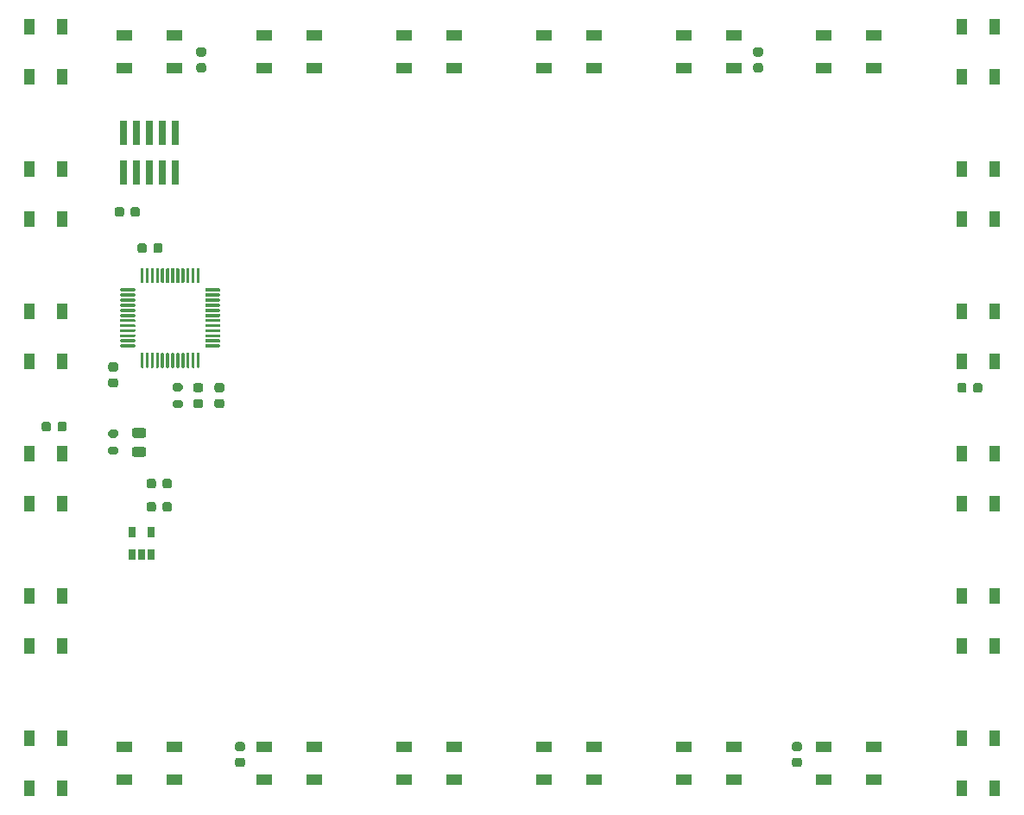
<source format=gtp>
%TF.GenerationSoftware,KiCad,Pcbnew,5.1.10*%
%TF.CreationDate,2021-05-09T20:03:51-07:00*%
%TF.ProjectId,ECE148_LED,45434531-3438-45f4-9c45-442e6b696361,rev?*%
%TF.SameCoordinates,Original*%
%TF.FileFunction,Paste,Top*%
%TF.FilePolarity,Positive*%
%FSLAX46Y46*%
G04 Gerber Fmt 4.6, Leading zero omitted, Abs format (unit mm)*
G04 Created by KiCad (PCBNEW 5.1.10) date 2021-05-09 20:03:51*
%MOMM*%
%LPD*%
G01*
G04 APERTURE LIST*
%ADD10R,0.740000X2.400000*%
%ADD11R,1.500000X1.000000*%
%ADD12R,0.650000X1.060000*%
%ADD13R,1.000000X1.500000*%
G04 APERTURE END LIST*
G36*
G01*
X50652000Y-62682000D02*
X50652000Y-64007000D01*
G75*
G02*
X50577000Y-64082000I-75000J0D01*
G01*
X50427000Y-64082000D01*
G75*
G02*
X50352000Y-64007000I0J75000D01*
G01*
X50352000Y-62682000D01*
G75*
G02*
X50427000Y-62607000I75000J0D01*
G01*
X50577000Y-62607000D01*
G75*
G02*
X50652000Y-62682000I0J-75000D01*
G01*
G37*
G36*
G01*
X50152000Y-62682000D02*
X50152000Y-64007000D01*
G75*
G02*
X50077000Y-64082000I-75000J0D01*
G01*
X49927000Y-64082000D01*
G75*
G02*
X49852000Y-64007000I0J75000D01*
G01*
X49852000Y-62682000D01*
G75*
G02*
X49927000Y-62607000I75000J0D01*
G01*
X50077000Y-62607000D01*
G75*
G02*
X50152000Y-62682000I0J-75000D01*
G01*
G37*
G36*
G01*
X49652000Y-62682000D02*
X49652000Y-64007000D01*
G75*
G02*
X49577000Y-64082000I-75000J0D01*
G01*
X49427000Y-64082000D01*
G75*
G02*
X49352000Y-64007000I0J75000D01*
G01*
X49352000Y-62682000D01*
G75*
G02*
X49427000Y-62607000I75000J0D01*
G01*
X49577000Y-62607000D01*
G75*
G02*
X49652000Y-62682000I0J-75000D01*
G01*
G37*
G36*
G01*
X49152000Y-62682000D02*
X49152000Y-64007000D01*
G75*
G02*
X49077000Y-64082000I-75000J0D01*
G01*
X48927000Y-64082000D01*
G75*
G02*
X48852000Y-64007000I0J75000D01*
G01*
X48852000Y-62682000D01*
G75*
G02*
X48927000Y-62607000I75000J0D01*
G01*
X49077000Y-62607000D01*
G75*
G02*
X49152000Y-62682000I0J-75000D01*
G01*
G37*
G36*
G01*
X48652000Y-62682000D02*
X48652000Y-64007000D01*
G75*
G02*
X48577000Y-64082000I-75000J0D01*
G01*
X48427000Y-64082000D01*
G75*
G02*
X48352000Y-64007000I0J75000D01*
G01*
X48352000Y-62682000D01*
G75*
G02*
X48427000Y-62607000I75000J0D01*
G01*
X48577000Y-62607000D01*
G75*
G02*
X48652000Y-62682000I0J-75000D01*
G01*
G37*
G36*
G01*
X48152000Y-62682000D02*
X48152000Y-64007000D01*
G75*
G02*
X48077000Y-64082000I-75000J0D01*
G01*
X47927000Y-64082000D01*
G75*
G02*
X47852000Y-64007000I0J75000D01*
G01*
X47852000Y-62682000D01*
G75*
G02*
X47927000Y-62607000I75000J0D01*
G01*
X48077000Y-62607000D01*
G75*
G02*
X48152000Y-62682000I0J-75000D01*
G01*
G37*
G36*
G01*
X47652000Y-62682000D02*
X47652000Y-64007000D01*
G75*
G02*
X47577000Y-64082000I-75000J0D01*
G01*
X47427000Y-64082000D01*
G75*
G02*
X47352000Y-64007000I0J75000D01*
G01*
X47352000Y-62682000D01*
G75*
G02*
X47427000Y-62607000I75000J0D01*
G01*
X47577000Y-62607000D01*
G75*
G02*
X47652000Y-62682000I0J-75000D01*
G01*
G37*
G36*
G01*
X47152000Y-62682000D02*
X47152000Y-64007000D01*
G75*
G02*
X47077000Y-64082000I-75000J0D01*
G01*
X46927000Y-64082000D01*
G75*
G02*
X46852000Y-64007000I0J75000D01*
G01*
X46852000Y-62682000D01*
G75*
G02*
X46927000Y-62607000I75000J0D01*
G01*
X47077000Y-62607000D01*
G75*
G02*
X47152000Y-62682000I0J-75000D01*
G01*
G37*
G36*
G01*
X46652000Y-62682000D02*
X46652000Y-64007000D01*
G75*
G02*
X46577000Y-64082000I-75000J0D01*
G01*
X46427000Y-64082000D01*
G75*
G02*
X46352000Y-64007000I0J75000D01*
G01*
X46352000Y-62682000D01*
G75*
G02*
X46427000Y-62607000I75000J0D01*
G01*
X46577000Y-62607000D01*
G75*
G02*
X46652000Y-62682000I0J-75000D01*
G01*
G37*
G36*
G01*
X46152000Y-62682000D02*
X46152000Y-64007000D01*
G75*
G02*
X46077000Y-64082000I-75000J0D01*
G01*
X45927000Y-64082000D01*
G75*
G02*
X45852000Y-64007000I0J75000D01*
G01*
X45852000Y-62682000D01*
G75*
G02*
X45927000Y-62607000I75000J0D01*
G01*
X46077000Y-62607000D01*
G75*
G02*
X46152000Y-62682000I0J-75000D01*
G01*
G37*
G36*
G01*
X45652000Y-62682000D02*
X45652000Y-64007000D01*
G75*
G02*
X45577000Y-64082000I-75000J0D01*
G01*
X45427000Y-64082000D01*
G75*
G02*
X45352000Y-64007000I0J75000D01*
G01*
X45352000Y-62682000D01*
G75*
G02*
X45427000Y-62607000I75000J0D01*
G01*
X45577000Y-62607000D01*
G75*
G02*
X45652000Y-62682000I0J-75000D01*
G01*
G37*
G36*
G01*
X45152000Y-62682000D02*
X45152000Y-64007000D01*
G75*
G02*
X45077000Y-64082000I-75000J0D01*
G01*
X44927000Y-64082000D01*
G75*
G02*
X44852000Y-64007000I0J75000D01*
G01*
X44852000Y-62682000D01*
G75*
G02*
X44927000Y-62607000I75000J0D01*
G01*
X45077000Y-62607000D01*
G75*
G02*
X45152000Y-62682000I0J-75000D01*
G01*
G37*
G36*
G01*
X44327000Y-61857000D02*
X44327000Y-62007000D01*
G75*
G02*
X44252000Y-62082000I-75000J0D01*
G01*
X42927000Y-62082000D01*
G75*
G02*
X42852000Y-62007000I0J75000D01*
G01*
X42852000Y-61857000D01*
G75*
G02*
X42927000Y-61782000I75000J0D01*
G01*
X44252000Y-61782000D01*
G75*
G02*
X44327000Y-61857000I0J-75000D01*
G01*
G37*
G36*
G01*
X44327000Y-61357000D02*
X44327000Y-61507000D01*
G75*
G02*
X44252000Y-61582000I-75000J0D01*
G01*
X42927000Y-61582000D01*
G75*
G02*
X42852000Y-61507000I0J75000D01*
G01*
X42852000Y-61357000D01*
G75*
G02*
X42927000Y-61282000I75000J0D01*
G01*
X44252000Y-61282000D01*
G75*
G02*
X44327000Y-61357000I0J-75000D01*
G01*
G37*
G36*
G01*
X44327000Y-60857000D02*
X44327000Y-61007000D01*
G75*
G02*
X44252000Y-61082000I-75000J0D01*
G01*
X42927000Y-61082000D01*
G75*
G02*
X42852000Y-61007000I0J75000D01*
G01*
X42852000Y-60857000D01*
G75*
G02*
X42927000Y-60782000I75000J0D01*
G01*
X44252000Y-60782000D01*
G75*
G02*
X44327000Y-60857000I0J-75000D01*
G01*
G37*
G36*
G01*
X44327000Y-60357000D02*
X44327000Y-60507000D01*
G75*
G02*
X44252000Y-60582000I-75000J0D01*
G01*
X42927000Y-60582000D01*
G75*
G02*
X42852000Y-60507000I0J75000D01*
G01*
X42852000Y-60357000D01*
G75*
G02*
X42927000Y-60282000I75000J0D01*
G01*
X44252000Y-60282000D01*
G75*
G02*
X44327000Y-60357000I0J-75000D01*
G01*
G37*
G36*
G01*
X44327000Y-59857000D02*
X44327000Y-60007000D01*
G75*
G02*
X44252000Y-60082000I-75000J0D01*
G01*
X42927000Y-60082000D01*
G75*
G02*
X42852000Y-60007000I0J75000D01*
G01*
X42852000Y-59857000D01*
G75*
G02*
X42927000Y-59782000I75000J0D01*
G01*
X44252000Y-59782000D01*
G75*
G02*
X44327000Y-59857000I0J-75000D01*
G01*
G37*
G36*
G01*
X44327000Y-59357000D02*
X44327000Y-59507000D01*
G75*
G02*
X44252000Y-59582000I-75000J0D01*
G01*
X42927000Y-59582000D01*
G75*
G02*
X42852000Y-59507000I0J75000D01*
G01*
X42852000Y-59357000D01*
G75*
G02*
X42927000Y-59282000I75000J0D01*
G01*
X44252000Y-59282000D01*
G75*
G02*
X44327000Y-59357000I0J-75000D01*
G01*
G37*
G36*
G01*
X44327000Y-58857000D02*
X44327000Y-59007000D01*
G75*
G02*
X44252000Y-59082000I-75000J0D01*
G01*
X42927000Y-59082000D01*
G75*
G02*
X42852000Y-59007000I0J75000D01*
G01*
X42852000Y-58857000D01*
G75*
G02*
X42927000Y-58782000I75000J0D01*
G01*
X44252000Y-58782000D01*
G75*
G02*
X44327000Y-58857000I0J-75000D01*
G01*
G37*
G36*
G01*
X44327000Y-58357000D02*
X44327000Y-58507000D01*
G75*
G02*
X44252000Y-58582000I-75000J0D01*
G01*
X42927000Y-58582000D01*
G75*
G02*
X42852000Y-58507000I0J75000D01*
G01*
X42852000Y-58357000D01*
G75*
G02*
X42927000Y-58282000I75000J0D01*
G01*
X44252000Y-58282000D01*
G75*
G02*
X44327000Y-58357000I0J-75000D01*
G01*
G37*
G36*
G01*
X44327000Y-57857000D02*
X44327000Y-58007000D01*
G75*
G02*
X44252000Y-58082000I-75000J0D01*
G01*
X42927000Y-58082000D01*
G75*
G02*
X42852000Y-58007000I0J75000D01*
G01*
X42852000Y-57857000D01*
G75*
G02*
X42927000Y-57782000I75000J0D01*
G01*
X44252000Y-57782000D01*
G75*
G02*
X44327000Y-57857000I0J-75000D01*
G01*
G37*
G36*
G01*
X44327000Y-57357000D02*
X44327000Y-57507000D01*
G75*
G02*
X44252000Y-57582000I-75000J0D01*
G01*
X42927000Y-57582000D01*
G75*
G02*
X42852000Y-57507000I0J75000D01*
G01*
X42852000Y-57357000D01*
G75*
G02*
X42927000Y-57282000I75000J0D01*
G01*
X44252000Y-57282000D01*
G75*
G02*
X44327000Y-57357000I0J-75000D01*
G01*
G37*
G36*
G01*
X44327000Y-56857000D02*
X44327000Y-57007000D01*
G75*
G02*
X44252000Y-57082000I-75000J0D01*
G01*
X42927000Y-57082000D01*
G75*
G02*
X42852000Y-57007000I0J75000D01*
G01*
X42852000Y-56857000D01*
G75*
G02*
X42927000Y-56782000I75000J0D01*
G01*
X44252000Y-56782000D01*
G75*
G02*
X44327000Y-56857000I0J-75000D01*
G01*
G37*
G36*
G01*
X44327000Y-56357000D02*
X44327000Y-56507000D01*
G75*
G02*
X44252000Y-56582000I-75000J0D01*
G01*
X42927000Y-56582000D01*
G75*
G02*
X42852000Y-56507000I0J75000D01*
G01*
X42852000Y-56357000D01*
G75*
G02*
X42927000Y-56282000I75000J0D01*
G01*
X44252000Y-56282000D01*
G75*
G02*
X44327000Y-56357000I0J-75000D01*
G01*
G37*
G36*
G01*
X45152000Y-54357000D02*
X45152000Y-55682000D01*
G75*
G02*
X45077000Y-55757000I-75000J0D01*
G01*
X44927000Y-55757000D01*
G75*
G02*
X44852000Y-55682000I0J75000D01*
G01*
X44852000Y-54357000D01*
G75*
G02*
X44927000Y-54282000I75000J0D01*
G01*
X45077000Y-54282000D01*
G75*
G02*
X45152000Y-54357000I0J-75000D01*
G01*
G37*
G36*
G01*
X45652000Y-54357000D02*
X45652000Y-55682000D01*
G75*
G02*
X45577000Y-55757000I-75000J0D01*
G01*
X45427000Y-55757000D01*
G75*
G02*
X45352000Y-55682000I0J75000D01*
G01*
X45352000Y-54357000D01*
G75*
G02*
X45427000Y-54282000I75000J0D01*
G01*
X45577000Y-54282000D01*
G75*
G02*
X45652000Y-54357000I0J-75000D01*
G01*
G37*
G36*
G01*
X46152000Y-54357000D02*
X46152000Y-55682000D01*
G75*
G02*
X46077000Y-55757000I-75000J0D01*
G01*
X45927000Y-55757000D01*
G75*
G02*
X45852000Y-55682000I0J75000D01*
G01*
X45852000Y-54357000D01*
G75*
G02*
X45927000Y-54282000I75000J0D01*
G01*
X46077000Y-54282000D01*
G75*
G02*
X46152000Y-54357000I0J-75000D01*
G01*
G37*
G36*
G01*
X46652000Y-54357000D02*
X46652000Y-55682000D01*
G75*
G02*
X46577000Y-55757000I-75000J0D01*
G01*
X46427000Y-55757000D01*
G75*
G02*
X46352000Y-55682000I0J75000D01*
G01*
X46352000Y-54357000D01*
G75*
G02*
X46427000Y-54282000I75000J0D01*
G01*
X46577000Y-54282000D01*
G75*
G02*
X46652000Y-54357000I0J-75000D01*
G01*
G37*
G36*
G01*
X47152000Y-54357000D02*
X47152000Y-55682000D01*
G75*
G02*
X47077000Y-55757000I-75000J0D01*
G01*
X46927000Y-55757000D01*
G75*
G02*
X46852000Y-55682000I0J75000D01*
G01*
X46852000Y-54357000D01*
G75*
G02*
X46927000Y-54282000I75000J0D01*
G01*
X47077000Y-54282000D01*
G75*
G02*
X47152000Y-54357000I0J-75000D01*
G01*
G37*
G36*
G01*
X47652000Y-54357000D02*
X47652000Y-55682000D01*
G75*
G02*
X47577000Y-55757000I-75000J0D01*
G01*
X47427000Y-55757000D01*
G75*
G02*
X47352000Y-55682000I0J75000D01*
G01*
X47352000Y-54357000D01*
G75*
G02*
X47427000Y-54282000I75000J0D01*
G01*
X47577000Y-54282000D01*
G75*
G02*
X47652000Y-54357000I0J-75000D01*
G01*
G37*
G36*
G01*
X48152000Y-54357000D02*
X48152000Y-55682000D01*
G75*
G02*
X48077000Y-55757000I-75000J0D01*
G01*
X47927000Y-55757000D01*
G75*
G02*
X47852000Y-55682000I0J75000D01*
G01*
X47852000Y-54357000D01*
G75*
G02*
X47927000Y-54282000I75000J0D01*
G01*
X48077000Y-54282000D01*
G75*
G02*
X48152000Y-54357000I0J-75000D01*
G01*
G37*
G36*
G01*
X48652000Y-54357000D02*
X48652000Y-55682000D01*
G75*
G02*
X48577000Y-55757000I-75000J0D01*
G01*
X48427000Y-55757000D01*
G75*
G02*
X48352000Y-55682000I0J75000D01*
G01*
X48352000Y-54357000D01*
G75*
G02*
X48427000Y-54282000I75000J0D01*
G01*
X48577000Y-54282000D01*
G75*
G02*
X48652000Y-54357000I0J-75000D01*
G01*
G37*
G36*
G01*
X49152000Y-54357000D02*
X49152000Y-55682000D01*
G75*
G02*
X49077000Y-55757000I-75000J0D01*
G01*
X48927000Y-55757000D01*
G75*
G02*
X48852000Y-55682000I0J75000D01*
G01*
X48852000Y-54357000D01*
G75*
G02*
X48927000Y-54282000I75000J0D01*
G01*
X49077000Y-54282000D01*
G75*
G02*
X49152000Y-54357000I0J-75000D01*
G01*
G37*
G36*
G01*
X49652000Y-54357000D02*
X49652000Y-55682000D01*
G75*
G02*
X49577000Y-55757000I-75000J0D01*
G01*
X49427000Y-55757000D01*
G75*
G02*
X49352000Y-55682000I0J75000D01*
G01*
X49352000Y-54357000D01*
G75*
G02*
X49427000Y-54282000I75000J0D01*
G01*
X49577000Y-54282000D01*
G75*
G02*
X49652000Y-54357000I0J-75000D01*
G01*
G37*
G36*
G01*
X50152000Y-54357000D02*
X50152000Y-55682000D01*
G75*
G02*
X50077000Y-55757000I-75000J0D01*
G01*
X49927000Y-55757000D01*
G75*
G02*
X49852000Y-55682000I0J75000D01*
G01*
X49852000Y-54357000D01*
G75*
G02*
X49927000Y-54282000I75000J0D01*
G01*
X50077000Y-54282000D01*
G75*
G02*
X50152000Y-54357000I0J-75000D01*
G01*
G37*
G36*
G01*
X50652000Y-54357000D02*
X50652000Y-55682000D01*
G75*
G02*
X50577000Y-55757000I-75000J0D01*
G01*
X50427000Y-55757000D01*
G75*
G02*
X50352000Y-55682000I0J75000D01*
G01*
X50352000Y-54357000D01*
G75*
G02*
X50427000Y-54282000I75000J0D01*
G01*
X50577000Y-54282000D01*
G75*
G02*
X50652000Y-54357000I0J-75000D01*
G01*
G37*
G36*
G01*
X52652000Y-56357000D02*
X52652000Y-56507000D01*
G75*
G02*
X52577000Y-56582000I-75000J0D01*
G01*
X51252000Y-56582000D01*
G75*
G02*
X51177000Y-56507000I0J75000D01*
G01*
X51177000Y-56357000D01*
G75*
G02*
X51252000Y-56282000I75000J0D01*
G01*
X52577000Y-56282000D01*
G75*
G02*
X52652000Y-56357000I0J-75000D01*
G01*
G37*
G36*
G01*
X52652000Y-56857000D02*
X52652000Y-57007000D01*
G75*
G02*
X52577000Y-57082000I-75000J0D01*
G01*
X51252000Y-57082000D01*
G75*
G02*
X51177000Y-57007000I0J75000D01*
G01*
X51177000Y-56857000D01*
G75*
G02*
X51252000Y-56782000I75000J0D01*
G01*
X52577000Y-56782000D01*
G75*
G02*
X52652000Y-56857000I0J-75000D01*
G01*
G37*
G36*
G01*
X52652000Y-57357000D02*
X52652000Y-57507000D01*
G75*
G02*
X52577000Y-57582000I-75000J0D01*
G01*
X51252000Y-57582000D01*
G75*
G02*
X51177000Y-57507000I0J75000D01*
G01*
X51177000Y-57357000D01*
G75*
G02*
X51252000Y-57282000I75000J0D01*
G01*
X52577000Y-57282000D01*
G75*
G02*
X52652000Y-57357000I0J-75000D01*
G01*
G37*
G36*
G01*
X52652000Y-57857000D02*
X52652000Y-58007000D01*
G75*
G02*
X52577000Y-58082000I-75000J0D01*
G01*
X51252000Y-58082000D01*
G75*
G02*
X51177000Y-58007000I0J75000D01*
G01*
X51177000Y-57857000D01*
G75*
G02*
X51252000Y-57782000I75000J0D01*
G01*
X52577000Y-57782000D01*
G75*
G02*
X52652000Y-57857000I0J-75000D01*
G01*
G37*
G36*
G01*
X52652000Y-58357000D02*
X52652000Y-58507000D01*
G75*
G02*
X52577000Y-58582000I-75000J0D01*
G01*
X51252000Y-58582000D01*
G75*
G02*
X51177000Y-58507000I0J75000D01*
G01*
X51177000Y-58357000D01*
G75*
G02*
X51252000Y-58282000I75000J0D01*
G01*
X52577000Y-58282000D01*
G75*
G02*
X52652000Y-58357000I0J-75000D01*
G01*
G37*
G36*
G01*
X52652000Y-58857000D02*
X52652000Y-59007000D01*
G75*
G02*
X52577000Y-59082000I-75000J0D01*
G01*
X51252000Y-59082000D01*
G75*
G02*
X51177000Y-59007000I0J75000D01*
G01*
X51177000Y-58857000D01*
G75*
G02*
X51252000Y-58782000I75000J0D01*
G01*
X52577000Y-58782000D01*
G75*
G02*
X52652000Y-58857000I0J-75000D01*
G01*
G37*
G36*
G01*
X52652000Y-59357000D02*
X52652000Y-59507000D01*
G75*
G02*
X52577000Y-59582000I-75000J0D01*
G01*
X51252000Y-59582000D01*
G75*
G02*
X51177000Y-59507000I0J75000D01*
G01*
X51177000Y-59357000D01*
G75*
G02*
X51252000Y-59282000I75000J0D01*
G01*
X52577000Y-59282000D01*
G75*
G02*
X52652000Y-59357000I0J-75000D01*
G01*
G37*
G36*
G01*
X52652000Y-59857000D02*
X52652000Y-60007000D01*
G75*
G02*
X52577000Y-60082000I-75000J0D01*
G01*
X51252000Y-60082000D01*
G75*
G02*
X51177000Y-60007000I0J75000D01*
G01*
X51177000Y-59857000D01*
G75*
G02*
X51252000Y-59782000I75000J0D01*
G01*
X52577000Y-59782000D01*
G75*
G02*
X52652000Y-59857000I0J-75000D01*
G01*
G37*
G36*
G01*
X52652000Y-60357000D02*
X52652000Y-60507000D01*
G75*
G02*
X52577000Y-60582000I-75000J0D01*
G01*
X51252000Y-60582000D01*
G75*
G02*
X51177000Y-60507000I0J75000D01*
G01*
X51177000Y-60357000D01*
G75*
G02*
X51252000Y-60282000I75000J0D01*
G01*
X52577000Y-60282000D01*
G75*
G02*
X52652000Y-60357000I0J-75000D01*
G01*
G37*
G36*
G01*
X52652000Y-60857000D02*
X52652000Y-61007000D01*
G75*
G02*
X52577000Y-61082000I-75000J0D01*
G01*
X51252000Y-61082000D01*
G75*
G02*
X51177000Y-61007000I0J75000D01*
G01*
X51177000Y-60857000D01*
G75*
G02*
X51252000Y-60782000I75000J0D01*
G01*
X52577000Y-60782000D01*
G75*
G02*
X52652000Y-60857000I0J-75000D01*
G01*
G37*
G36*
G01*
X52652000Y-61357000D02*
X52652000Y-61507000D01*
G75*
G02*
X52577000Y-61582000I-75000J0D01*
G01*
X51252000Y-61582000D01*
G75*
G02*
X51177000Y-61507000I0J75000D01*
G01*
X51177000Y-61357000D01*
G75*
G02*
X51252000Y-61282000I75000J0D01*
G01*
X52577000Y-61282000D01*
G75*
G02*
X52652000Y-61357000I0J-75000D01*
G01*
G37*
G36*
G01*
X52652000Y-61857000D02*
X52652000Y-62007000D01*
G75*
G02*
X52577000Y-62082000I-75000J0D01*
G01*
X51252000Y-62082000D01*
G75*
G02*
X51177000Y-62007000I0J75000D01*
G01*
X51177000Y-61857000D01*
G75*
G02*
X51252000Y-61782000I75000J0D01*
G01*
X52577000Y-61782000D01*
G75*
G02*
X52652000Y-61857000I0J-75000D01*
G01*
G37*
D10*
X43180000Y-44876000D03*
X43180000Y-40976000D03*
X44450000Y-44876000D03*
X44450000Y-40976000D03*
X45720000Y-44876000D03*
X45720000Y-40976000D03*
X46990000Y-44876000D03*
X46990000Y-40976000D03*
X48260000Y-44876000D03*
X48260000Y-40976000D03*
D11*
X84418000Y-101270000D03*
X84418000Y-104470000D03*
X89318000Y-101270000D03*
X89318000Y-104470000D03*
X98134000Y-101270000D03*
X98134000Y-104470000D03*
X103034000Y-101270000D03*
X103034000Y-104470000D03*
X70702000Y-101270000D03*
X70702000Y-104470000D03*
X75602000Y-101270000D03*
X75602000Y-104470000D03*
G36*
G01*
X36060000Y-69600000D02*
X36060000Y-70100000D01*
G75*
G02*
X35835000Y-70325000I-225000J0D01*
G01*
X35385000Y-70325000D01*
G75*
G02*
X35160000Y-70100000I0J225000D01*
G01*
X35160000Y-69600000D01*
G75*
G02*
X35385000Y-69375000I225000J0D01*
G01*
X35835000Y-69375000D01*
G75*
G02*
X36060000Y-69600000I0J-225000D01*
G01*
G37*
G36*
G01*
X37610000Y-69600000D02*
X37610000Y-70100000D01*
G75*
G02*
X37385000Y-70325000I-225000J0D01*
G01*
X36935000Y-70325000D01*
G75*
G02*
X36710000Y-70100000I0J225000D01*
G01*
X36710000Y-69600000D01*
G75*
G02*
X36935000Y-69375000I225000J0D01*
G01*
X37385000Y-69375000D01*
G75*
G02*
X37610000Y-69600000I0J-225000D01*
G01*
G37*
G36*
G01*
X54360000Y-102370000D02*
X54860000Y-102370000D01*
G75*
G02*
X55085000Y-102595000I0J-225000D01*
G01*
X55085000Y-103045000D01*
G75*
G02*
X54860000Y-103270000I-225000J0D01*
G01*
X54360000Y-103270000D01*
G75*
G02*
X54135000Y-103045000I0J225000D01*
G01*
X54135000Y-102595000D01*
G75*
G02*
X54360000Y-102370000I225000J0D01*
G01*
G37*
G36*
G01*
X54360000Y-100820000D02*
X54860000Y-100820000D01*
G75*
G02*
X55085000Y-101045000I0J-225000D01*
G01*
X55085000Y-101495000D01*
G75*
G02*
X54860000Y-101720000I-225000J0D01*
G01*
X54360000Y-101720000D01*
G75*
G02*
X54135000Y-101495000I0J225000D01*
G01*
X54135000Y-101045000D01*
G75*
G02*
X54360000Y-100820000I225000J0D01*
G01*
G37*
G36*
G01*
X108970000Y-102370000D02*
X109470000Y-102370000D01*
G75*
G02*
X109695000Y-102595000I0J-225000D01*
G01*
X109695000Y-103045000D01*
G75*
G02*
X109470000Y-103270000I-225000J0D01*
G01*
X108970000Y-103270000D01*
G75*
G02*
X108745000Y-103045000I0J225000D01*
G01*
X108745000Y-102595000D01*
G75*
G02*
X108970000Y-102370000I225000J0D01*
G01*
G37*
G36*
G01*
X108970000Y-100820000D02*
X109470000Y-100820000D01*
G75*
G02*
X109695000Y-101045000I0J-225000D01*
G01*
X109695000Y-101495000D01*
G75*
G02*
X109470000Y-101720000I-225000J0D01*
G01*
X108970000Y-101720000D01*
G75*
G02*
X108745000Y-101495000I0J225000D01*
G01*
X108745000Y-101045000D01*
G75*
G02*
X108970000Y-100820000I225000J0D01*
G01*
G37*
G36*
G01*
X126500000Y-66290000D02*
X126500000Y-65790000D01*
G75*
G02*
X126725000Y-65565000I225000J0D01*
G01*
X127175000Y-65565000D01*
G75*
G02*
X127400000Y-65790000I0J-225000D01*
G01*
X127400000Y-66290000D01*
G75*
G02*
X127175000Y-66515000I-225000J0D01*
G01*
X126725000Y-66515000D01*
G75*
G02*
X126500000Y-66290000I0J225000D01*
G01*
G37*
G36*
G01*
X124950000Y-66290000D02*
X124950000Y-65790000D01*
G75*
G02*
X125175000Y-65565000I225000J0D01*
G01*
X125625000Y-65565000D01*
G75*
G02*
X125850000Y-65790000I0J-225000D01*
G01*
X125850000Y-66290000D01*
G75*
G02*
X125625000Y-66515000I-225000J0D01*
G01*
X125175000Y-66515000D01*
G75*
G02*
X124950000Y-66290000I0J225000D01*
G01*
G37*
G36*
G01*
X105660000Y-33520000D02*
X105160000Y-33520000D01*
G75*
G02*
X104935000Y-33295000I0J225000D01*
G01*
X104935000Y-32845000D01*
G75*
G02*
X105160000Y-32620000I225000J0D01*
G01*
X105660000Y-32620000D01*
G75*
G02*
X105885000Y-32845000I0J-225000D01*
G01*
X105885000Y-33295000D01*
G75*
G02*
X105660000Y-33520000I-225000J0D01*
G01*
G37*
G36*
G01*
X105660000Y-35070000D02*
X105160000Y-35070000D01*
G75*
G02*
X104935000Y-34845000I0J225000D01*
G01*
X104935000Y-34395000D01*
G75*
G02*
X105160000Y-34170000I225000J0D01*
G01*
X105660000Y-34170000D01*
G75*
G02*
X105885000Y-34395000I0J-225000D01*
G01*
X105885000Y-34845000D01*
G75*
G02*
X105660000Y-35070000I-225000J0D01*
G01*
G37*
G36*
G01*
X51050000Y-33520000D02*
X50550000Y-33520000D01*
G75*
G02*
X50325000Y-33295000I0J225000D01*
G01*
X50325000Y-32845000D01*
G75*
G02*
X50550000Y-32620000I225000J0D01*
G01*
X51050000Y-32620000D01*
G75*
G02*
X51275000Y-32845000I0J-225000D01*
G01*
X51275000Y-33295000D01*
G75*
G02*
X51050000Y-33520000I-225000J0D01*
G01*
G37*
G36*
G01*
X51050000Y-35070000D02*
X50550000Y-35070000D01*
G75*
G02*
X50325000Y-34845000I0J225000D01*
G01*
X50325000Y-34395000D01*
G75*
G02*
X50550000Y-34170000I225000J0D01*
G01*
X51050000Y-34170000D01*
G75*
G02*
X51275000Y-34395000I0J-225000D01*
G01*
X51275000Y-34845000D01*
G75*
G02*
X51050000Y-35070000I-225000J0D01*
G01*
G37*
D12*
X44008000Y-80180000D03*
X45908000Y-80180000D03*
X45908000Y-82380000D03*
X44958000Y-82380000D03*
X44008000Y-82380000D03*
G36*
G01*
X41889000Y-71799000D02*
X42439000Y-71799000D01*
G75*
G02*
X42639000Y-71999000I0J-200000D01*
G01*
X42639000Y-72399000D01*
G75*
G02*
X42439000Y-72599000I-200000J0D01*
G01*
X41889000Y-72599000D01*
G75*
G02*
X41689000Y-72399000I0J200000D01*
G01*
X41689000Y-71999000D01*
G75*
G02*
X41889000Y-71799000I200000J0D01*
G01*
G37*
G36*
G01*
X41889000Y-70149000D02*
X42439000Y-70149000D01*
G75*
G02*
X42639000Y-70349000I0J-200000D01*
G01*
X42639000Y-70749000D01*
G75*
G02*
X42439000Y-70949000I-200000J0D01*
G01*
X41889000Y-70949000D01*
G75*
G02*
X41689000Y-70749000I0J200000D01*
G01*
X41689000Y-70349000D01*
G75*
G02*
X41889000Y-70149000I200000J0D01*
G01*
G37*
G36*
G01*
X48777000Y-66377000D02*
X48227000Y-66377000D01*
G75*
G02*
X48027000Y-66177000I0J200000D01*
G01*
X48027000Y-65777000D01*
G75*
G02*
X48227000Y-65577000I200000J0D01*
G01*
X48777000Y-65577000D01*
G75*
G02*
X48977000Y-65777000I0J-200000D01*
G01*
X48977000Y-66177000D01*
G75*
G02*
X48777000Y-66377000I-200000J0D01*
G01*
G37*
G36*
G01*
X48777000Y-68027000D02*
X48227000Y-68027000D01*
G75*
G02*
X48027000Y-67827000I0J200000D01*
G01*
X48027000Y-67427000D01*
G75*
G02*
X48227000Y-67227000I200000J0D01*
G01*
X48777000Y-67227000D01*
G75*
G02*
X48977000Y-67427000I0J-200000D01*
G01*
X48977000Y-67827000D01*
G75*
G02*
X48777000Y-68027000I-200000J0D01*
G01*
G37*
G36*
G01*
X44247750Y-71844000D02*
X45160250Y-71844000D01*
G75*
G02*
X45404000Y-72087750I0J-243750D01*
G01*
X45404000Y-72575250D01*
G75*
G02*
X45160250Y-72819000I-243750J0D01*
G01*
X44247750Y-72819000D01*
G75*
G02*
X44004000Y-72575250I0J243750D01*
G01*
X44004000Y-72087750D01*
G75*
G02*
X44247750Y-71844000I243750J0D01*
G01*
G37*
G36*
G01*
X44247750Y-69969000D02*
X45160250Y-69969000D01*
G75*
G02*
X45404000Y-70212750I0J-243750D01*
G01*
X45404000Y-70700250D01*
G75*
G02*
X45160250Y-70944000I-243750J0D01*
G01*
X44247750Y-70944000D01*
G75*
G02*
X44004000Y-70700250I0J243750D01*
G01*
X44004000Y-70212750D01*
G75*
G02*
X44247750Y-69969000I243750J0D01*
G01*
G37*
G36*
G01*
X41914000Y-65095000D02*
X42414000Y-65095000D01*
G75*
G02*
X42639000Y-65320000I0J-225000D01*
G01*
X42639000Y-65770000D01*
G75*
G02*
X42414000Y-65995000I-225000J0D01*
G01*
X41914000Y-65995000D01*
G75*
G02*
X41689000Y-65770000I0J225000D01*
G01*
X41689000Y-65320000D01*
G75*
G02*
X41914000Y-65095000I225000J0D01*
G01*
G37*
G36*
G01*
X41914000Y-63545000D02*
X42414000Y-63545000D01*
G75*
G02*
X42639000Y-63770000I0J-225000D01*
G01*
X42639000Y-64220000D01*
G75*
G02*
X42414000Y-64445000I-225000J0D01*
G01*
X41914000Y-64445000D01*
G75*
G02*
X41689000Y-64220000I0J225000D01*
G01*
X41689000Y-63770000D01*
G75*
G02*
X41914000Y-63545000I225000J0D01*
G01*
G37*
G36*
G01*
X46102000Y-52574000D02*
X46102000Y-52074000D01*
G75*
G02*
X46327000Y-51849000I225000J0D01*
G01*
X46777000Y-51849000D01*
G75*
G02*
X47002000Y-52074000I0J-225000D01*
G01*
X47002000Y-52574000D01*
G75*
G02*
X46777000Y-52799000I-225000J0D01*
G01*
X46327000Y-52799000D01*
G75*
G02*
X46102000Y-52574000I0J225000D01*
G01*
G37*
G36*
G01*
X44552000Y-52574000D02*
X44552000Y-52074000D01*
G75*
G02*
X44777000Y-51849000I225000J0D01*
G01*
X45227000Y-51849000D01*
G75*
G02*
X45452000Y-52074000I0J-225000D01*
G01*
X45452000Y-52574000D01*
G75*
G02*
X45227000Y-52799000I-225000J0D01*
G01*
X44777000Y-52799000D01*
G75*
G02*
X44552000Y-52574000I0J225000D01*
G01*
G37*
G36*
G01*
X50252000Y-67127000D02*
X50752000Y-67127000D01*
G75*
G02*
X50977000Y-67352000I0J-225000D01*
G01*
X50977000Y-67802000D01*
G75*
G02*
X50752000Y-68027000I-225000J0D01*
G01*
X50252000Y-68027000D01*
G75*
G02*
X50027000Y-67802000I0J225000D01*
G01*
X50027000Y-67352000D01*
G75*
G02*
X50252000Y-67127000I225000J0D01*
G01*
G37*
G36*
G01*
X50252000Y-65577000D02*
X50752000Y-65577000D01*
G75*
G02*
X50977000Y-65802000I0J-225000D01*
G01*
X50977000Y-66252000D01*
G75*
G02*
X50752000Y-66477000I-225000J0D01*
G01*
X50252000Y-66477000D01*
G75*
G02*
X50027000Y-66252000I0J225000D01*
G01*
X50027000Y-65802000D01*
G75*
G02*
X50252000Y-65577000I225000J0D01*
G01*
G37*
G36*
G01*
X52328000Y-67127000D02*
X52828000Y-67127000D01*
G75*
G02*
X53053000Y-67352000I0J-225000D01*
G01*
X53053000Y-67802000D01*
G75*
G02*
X52828000Y-68027000I-225000J0D01*
G01*
X52328000Y-68027000D01*
G75*
G02*
X52103000Y-67802000I0J225000D01*
G01*
X52103000Y-67352000D01*
G75*
G02*
X52328000Y-67127000I225000J0D01*
G01*
G37*
G36*
G01*
X52328000Y-65577000D02*
X52828000Y-65577000D01*
G75*
G02*
X53053000Y-65802000I0J-225000D01*
G01*
X53053000Y-66252000D01*
G75*
G02*
X52828000Y-66477000I-225000J0D01*
G01*
X52328000Y-66477000D01*
G75*
G02*
X52103000Y-66252000I0J225000D01*
G01*
X52103000Y-65802000D01*
G75*
G02*
X52328000Y-65577000I225000J0D01*
G01*
G37*
G36*
G01*
X47008000Y-75688000D02*
X47008000Y-75188000D01*
G75*
G02*
X47233000Y-74963000I225000J0D01*
G01*
X47683000Y-74963000D01*
G75*
G02*
X47908000Y-75188000I0J-225000D01*
G01*
X47908000Y-75688000D01*
G75*
G02*
X47683000Y-75913000I-225000J0D01*
G01*
X47233000Y-75913000D01*
G75*
G02*
X47008000Y-75688000I0J225000D01*
G01*
G37*
G36*
G01*
X45458000Y-75688000D02*
X45458000Y-75188000D01*
G75*
G02*
X45683000Y-74963000I225000J0D01*
G01*
X46133000Y-74963000D01*
G75*
G02*
X46358000Y-75188000I0J-225000D01*
G01*
X46358000Y-75688000D01*
G75*
G02*
X46133000Y-75913000I-225000J0D01*
G01*
X45683000Y-75913000D01*
G75*
G02*
X45458000Y-75688000I0J225000D01*
G01*
G37*
G36*
G01*
X47008000Y-77974000D02*
X47008000Y-77474000D01*
G75*
G02*
X47233000Y-77249000I225000J0D01*
G01*
X47683000Y-77249000D01*
G75*
G02*
X47908000Y-77474000I0J-225000D01*
G01*
X47908000Y-77974000D01*
G75*
G02*
X47683000Y-78199000I-225000J0D01*
G01*
X47233000Y-78199000D01*
G75*
G02*
X47008000Y-77974000I0J225000D01*
G01*
G37*
G36*
G01*
X45458000Y-77974000D02*
X45458000Y-77474000D01*
G75*
G02*
X45683000Y-77249000I225000J0D01*
G01*
X46133000Y-77249000D01*
G75*
G02*
X46358000Y-77474000I0J-225000D01*
G01*
X46358000Y-77974000D01*
G75*
G02*
X46133000Y-78199000I-225000J0D01*
G01*
X45683000Y-78199000D01*
G75*
G02*
X45458000Y-77974000I0J225000D01*
G01*
G37*
G36*
G01*
X43227000Y-48518000D02*
X43227000Y-49018000D01*
G75*
G02*
X43002000Y-49243000I-225000J0D01*
G01*
X42552000Y-49243000D01*
G75*
G02*
X42327000Y-49018000I0J225000D01*
G01*
X42327000Y-48518000D01*
G75*
G02*
X42552000Y-48293000I225000J0D01*
G01*
X43002000Y-48293000D01*
G75*
G02*
X43227000Y-48518000I0J-225000D01*
G01*
G37*
G36*
G01*
X44777000Y-48518000D02*
X44777000Y-49018000D01*
G75*
G02*
X44552000Y-49243000I-225000J0D01*
G01*
X44102000Y-49243000D01*
G75*
G02*
X43877000Y-49018000I0J225000D01*
G01*
X43877000Y-48518000D01*
G75*
G02*
X44102000Y-48293000I225000J0D01*
G01*
X44552000Y-48293000D01*
G75*
G02*
X44777000Y-48518000I0J-225000D01*
G01*
G37*
D11*
X111850000Y-101270000D03*
X111850000Y-104470000D03*
X116750000Y-101270000D03*
X116750000Y-104470000D03*
X56986000Y-101270000D03*
X56986000Y-104470000D03*
X61886000Y-101270000D03*
X61886000Y-104470000D03*
X43270000Y-101270000D03*
X43270000Y-104470000D03*
X48170000Y-101270000D03*
X48170000Y-104470000D03*
D13*
X37160000Y-100420000D03*
X33960000Y-100420000D03*
X37160000Y-105320000D03*
X33960000Y-105320000D03*
X125400000Y-105320000D03*
X128600000Y-105320000D03*
X125400000Y-100420000D03*
X128600000Y-100420000D03*
X37160000Y-86450000D03*
X33960000Y-86450000D03*
X37160000Y-91350000D03*
X33960000Y-91350000D03*
X125400000Y-91350000D03*
X128600000Y-91350000D03*
X125400000Y-86450000D03*
X128600000Y-86450000D03*
X37160000Y-72480000D03*
X33960000Y-72480000D03*
X37160000Y-77380000D03*
X33960000Y-77380000D03*
X125400000Y-77380000D03*
X128600000Y-77380000D03*
X125400000Y-72480000D03*
X128600000Y-72480000D03*
X37160000Y-58510000D03*
X33960000Y-58510000D03*
X37160000Y-63410000D03*
X33960000Y-63410000D03*
X125400000Y-63410000D03*
X128600000Y-63410000D03*
X125400000Y-58510000D03*
X128600000Y-58510000D03*
X37160000Y-44540000D03*
X33960000Y-44540000D03*
X37160000Y-49440000D03*
X33960000Y-49440000D03*
X125400000Y-49440000D03*
X128600000Y-49440000D03*
X125400000Y-44540000D03*
X128600000Y-44540000D03*
X37160000Y-30570000D03*
X33960000Y-30570000D03*
X37160000Y-35470000D03*
X33960000Y-35470000D03*
X125400000Y-35470000D03*
X128600000Y-35470000D03*
X125400000Y-30570000D03*
X128600000Y-30570000D03*
D11*
X116750000Y-34620000D03*
X116750000Y-31420000D03*
X111850000Y-34620000D03*
X111850000Y-31420000D03*
X103034000Y-34620000D03*
X103034000Y-31420000D03*
X98134000Y-34620000D03*
X98134000Y-31420000D03*
X89318000Y-34620000D03*
X89318000Y-31420000D03*
X84418000Y-34620000D03*
X84418000Y-31420000D03*
X75602000Y-34620000D03*
X75602000Y-31420000D03*
X70702000Y-34620000D03*
X70702000Y-31420000D03*
X61886000Y-34620000D03*
X61886000Y-31420000D03*
X56986000Y-34620000D03*
X56986000Y-31420000D03*
X48170000Y-34620000D03*
X48170000Y-31420000D03*
X43270000Y-34620000D03*
X43270000Y-31420000D03*
M02*

</source>
